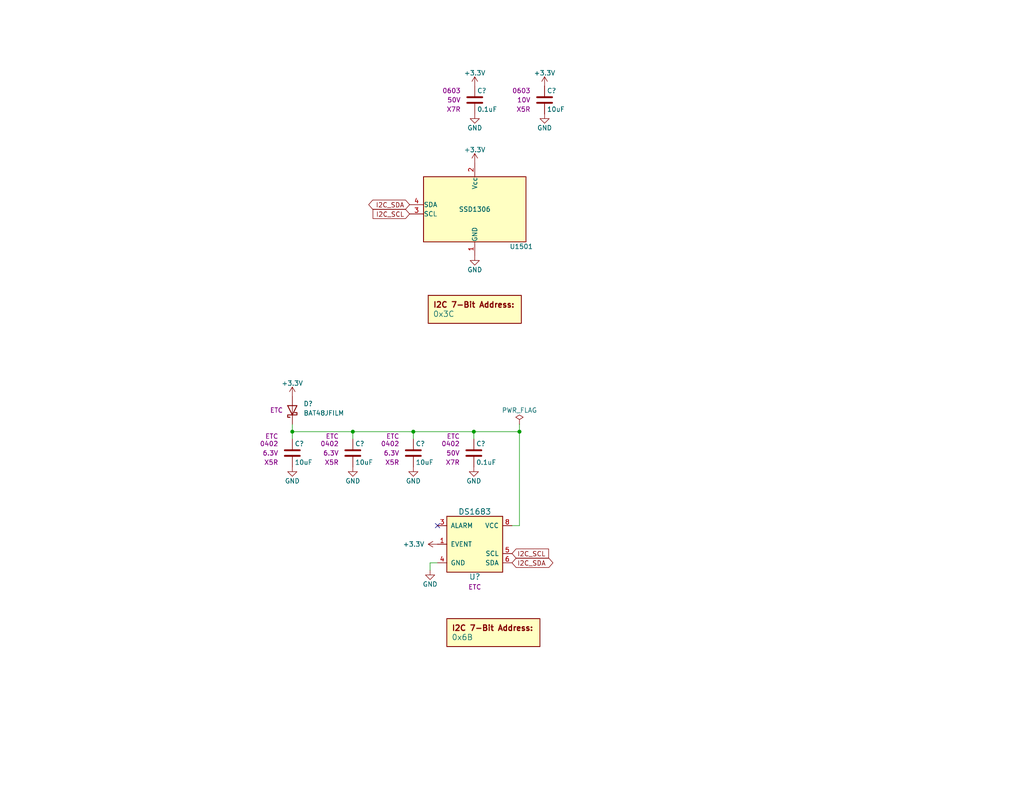
<source format=kicad_sch>
(kicad_sch (version 20230121) (generator eeschema)
  (paper "A")
  (title_block (title "USB Hub") (date "2023-08-20") (rev "PRELIM") (company "Drew Maatman"))
  (lib_symbols
    (symbol "Custom Library:I2C_Address" (pin_names (offset 1.016))
      (property "Value" "I2C_Address" (at -11.43 0 0))
      (symbol "I2C_Address_0_0"
        (rectangle (start -12.7 5.08) (end 12.7 -2.54) (stroke (width 0.254)) (fill (type background)))
        (text "I2C 7-Bit Address:" (at -11.43 2.54 0) (effects (font (size 1.524 1.524) bold) (justify left)))
      )
    )
    (symbol "Custom Library:SSD1306" (pin_names (offset 0.0254))
      (property "Reference" "U?" (at 12.7 -10.16 0))
      (property "Value" "SSD1306" (at 0 0 0))
      (symbol "SSD1306_0_1"
        (rectangle (start -13.97 8.89) (end 13.97 -8.89) (stroke (width 0.254)) (fill (type background)))
      )
      (symbol "SSD1306_1_1"
        (pin power_in line (at 0 -12.7 90) (length 3.81) (name "GND") (number "1"))
        (pin power_in line (at 0 12.7 270) (length 3.81) (name "Vcc") (number "2"))
        (pin input line (at -17.78 -1.27 0) (length 3.81) (name "SCL") (number "3"))
        (pin bidirectional line (at -17.78 1.27 0) (length 3.81) (name "SDA") (number "4"))
      )
    )
    (symbol "Custom_Library:C_Custom" (pin_numbers hide) (pin_names (offset 0.254))
      (property "Reference" "C" (at 0.635 2.54 0))
      (property "Value" "C_Custom" (at 0.635 -2.54 0))
      (property "display_footprint" "Foot" (at -3.81 2.54 0))
      (property "Voltage" "V" (at -3.81 0 0))
      (property "Dielectric" "Er" (at -3.81 -2.54 0))
      (symbol "C_Custom_0_1"
        (polyline (pts (xy -2.032 -0.762) (xy 2.032 -0.762)) (stroke (width 0.508)))
        (polyline (pts (xy -2.032 0.762) (xy 2.032 0.762)) (stroke (width 0.508)))
      )
      (symbol "C_Custom_1_1"
        (pin passive line (at 0 3.81 270) (length 2.794) (name "~") (number "1"))
        (pin passive line (at 0 -3.81 90) (length 2.794) (name "~") (number "2"))
      )
    )
    (symbol "Custom_Library:DS1683" (pin_names (offset 1.016))
      (property "Reference" "U" (at 0 -8.89 0))
      (property "Value" "DS1683" (at 0 8.89 0))
      (symbol "DS1683_0_1"
        (rectangle (start -7.62 7.62) (end 7.62 -7.62) (stroke (width 0.254)) (fill (type background)))
      )
      (symbol "DS1683_1_1"
        (pin input line (at -10.16 0 0) (length 2.54) (name "EVENT") (number "1"))
        (pin no_connect line (at -7.62 -10.16 90) (length 2.54) hide (name "NC") (number "2"))
        (pin open_collector line (at -10.16 5.08 0) (length 2.54) (name "ALARM") (number "3"))
        (pin power_in line (at -10.16 -5.08 0) (length 2.54) (name "GND") (number "4"))
        (pin open_collector line (at 10.16 -2.54 180) (length 2.54) (name "SCL") (number "5"))
        (pin open_collector line (at 10.16 -5.08 180) (length 2.54) (name "SDA") (number "6"))
        (pin no_connect line (at 7.62 -10.16 90) (length 2.54) hide (name "NC") (number "7"))
        (pin power_in line (at 10.16 5.08 180) (length 2.54) (name "VCC") (number "8"))
      )
    )
    (symbol "Custom_Library:I2C_Address" (pin_names (offset 1.016))
      (property "Value" "I2C_Address" (at -11.43 0 0))
      (symbol "I2C_Address_0_0"
        (rectangle (start -12.7 5.08) (end 12.7 -2.54) (stroke (width 0.254)) (fill (type background)))
        (text "I2C 7-Bit Address:" (at -11.43 2.54 0) (effects (font (size 1.524 1.524) bold) (justify left)))
      )
    )
    (symbol "Diode:BAT48JFILM" (pin_numbers hide) (pin_names (offset 1.016) hide)
      (property "Reference" "D" (at 0 2.54 0))
      (property "Value" "BAT48JFILM" (at 0 -2.54 0))
      (symbol "BAT48JFILM_0_1"
        (polyline (pts (xy 1.27 0) (xy -1.27 0)))
        (polyline (pts (xy 1.27 1.27) (xy 1.27 -1.27) (xy -1.27 0) (xy 1.27 1.27)) (stroke (width 0.254)))
        (polyline (pts (xy -1.905 0.635) (xy -1.905 1.27) (xy -1.27 1.27) (xy -1.27 -1.27) (xy -0.635 -1.27) (xy -0.635 -0.635)) (stroke (width 0.254)))
      )
      (symbol "BAT48JFILM_1_1"
        (pin passive line (at -3.81 0 0) (length 2.54) (name "K") (number "1"))
        (pin passive line (at 3.81 0 180) (length 2.54) (name "A") (number "2"))
      )
    )
    (symbol "power:+3.3V" (power) (pin_names (offset 0))
      (property "Value" "+3.3V" (at 0 3.556 0))
      (symbol "+3.3V_0_1"
        (polyline (pts (xy -0.762 1.27) (xy 0 2.54)))
        (polyline (pts (xy 0 0) (xy 0 2.54)))
        (polyline (pts (xy 0 2.54) (xy 0.762 1.27)))
      )
      (symbol "+3.3V_1_1"
        (pin power_in line (at 0 0 90) (length 0) hide (name "+3.3V") (number "1"))
      )
    )
    (symbol "power:GND" (power) (pin_names (offset 0))
      (property "Value" "GND" (at 0 -3.81 0))
      (symbol "GND_0_1"
        (polyline (pts (xy 0 0) (xy 0 -1.27) (xy 1.27 -1.27) (xy 0 -2.54) (xy -1.27 -1.27) (xy 0 -1.27)))
      )
      (symbol "GND_1_1"
        (pin power_in line (at 0 0 270) (length 0) hide (name "GND") (number "1"))
      )
    )
    (symbol "power:PWR_FLAG" (power) (pin_numbers hide) (pin_names (offset 0) hide)
      (property "Value" "PWR_FLAG" (at 0 3.81 0))
      (symbol "PWR_FLAG_0_0"
        (pin power_out line (at 0 0 90) (length 0) (name "pwr") (number "1"))
      )
      (symbol "PWR_FLAG_0_1"
        (polyline (pts (xy 0 0) (xy 0 1.27) (xy -1.016 1.905) (xy 0 2.54) (xy 1.016 1.905) (xy 0 1.27)))
      )
    )
  )
  (junction (at 129.286 117.856))
  (junction (at 112.776 117.856))
  (junction (at 141.732 117.856))
  (junction (at 96.266 117.856))
  (junction (at 79.756 117.856))
  (no_connect (at 119.38 143.51))
  (wire (pts (xy 79.756 117.856) (xy 79.756 119.888)))
  (wire (pts (xy 141.732 117.856) (xy 141.732 143.51)))
  (wire (pts (xy 129.286 119.888) (xy 129.286 117.856)))
  (wire (pts (xy 141.732 115.824) (xy 141.732 117.856)))
  (wire (pts (xy 117.348 155.702) (xy 117.348 153.67)))
  (wire (pts (xy 117.348 153.67) (xy 119.38 153.67)))
  (wire (pts (xy 141.732 143.51) (xy 139.7 143.51)))
  (wire (pts (xy 112.776 117.856) (xy 96.266 117.856)))
  (wire (pts (xy 96.266 119.888) (xy 96.266 117.856)))
  (wire (pts (xy 129.286 117.856) (xy 112.776 117.856)))
  (wire (pts (xy 141.732 117.856) (xy 129.286 117.856)))
  (wire (pts (xy 112.776 119.888) (xy 112.776 117.856)))
  (wire (pts (xy 96.266 117.856) (xy 79.756 117.856)))
  (wire (pts (xy 79.756 115.824) (xy 79.756 117.856)))
  (global_label "I2C_SCL" (shape input) (at 111.76 58.42 180) (property "Intersheetrefs" "${INTERSHEET_REFS}" (effects hide)))
  (global_label "I2C_SDA" (shape bidirectional) (at 111.76 55.88 180) (property "Intersheetrefs" "${INTERSHEET_REFS}" (effects hide)))
  (global_label "I2C_SCL" (shape input) (at 139.7 151.13 0) (property "Intersheetrefs" "${INTERSHEET_REFS}" (effects hide)))
  (global_label "I2C_SDA" (shape bidirectional) (at 139.7 153.67 0) (property "Intersheetrefs" "${INTERSHEET_REFS}" (effects hide)))
  (symbol (lib_id "power:GND") (at 117.348 155.702 0) (unit 1)
    (property "Reference" "#PWR?" (effects hide))
    (property "Value" "GND" (at 117.348 159.512 0))
    (instances (project "LED_Panel_Controller" (path "" (reference "#PWR?") (unit 1))) (project "USB_Hub" (path "" (reference "#PWR01505") (unit 1))))
  )
  (symbol (lib_id "power:+3.3V") (at 79.756 108.204 0) (unit 1)
    (property "Reference" "#PWR?" (effects hide))
    (property "Value" "+3.3V" (at 79.756 104.648 0))
    (instances (project "LED_Panel_Controller" (path "" (reference "#PWR?") (unit 1))) (project "USB_Hub" (path "" (reference "#PWR01501") (unit 1))))
  )
  (symbol (lib_id "power:GND") (at 79.756 127.508 0) (unit 1)
    (property "Reference" "#PWR?" (effects hide))
    (property "Value" "GND" (at 79.756 131.318 0))
    (instances (project "LED_Panel_Controller" (path "" (reference "#PWR?") (unit 1))) (project "USB_Hub" (path "" (reference "#PWR01502") (unit 1))))
  )
  (symbol (lib_id "Custom Library:SSD1306") (at 129.54 57.15 0) (unit 1)
    (property "Reference" "U1501" (at 142.24 67.31 0))
    (property "Value" "SSD1306" (at 129.54 57.15 0))
    (property "Footprint" "Connector_PinSocket_2.54mm:PinSocket_1x04_P2.54mm_Vertical" (effects hide))
    (property "Datasheet" "https://universal-solder.ca/downloads/canaduino_oled_128x64_i2c.pdf" (effects hide))
    (property "Digi-Key PN" "3647-OLED128x640.96\"I2C-ND" (effects hide))
  )
  (symbol (lib_id "Custom_Library:C_Custom") (at 148.59 27.305 0) (unit 1)
    (property "Reference" "C?" (at 149.225 24.765 0) (effects (justify left)))
    (property "Value" "10uF" (at 149.225 29.845 0) (effects (justify left)))
    (property "Footprint" "Capacitors_SMD:C_0603" (effects hide))
    (property "display_footprint" "0603" (at 144.78 24.765 0) (effects (justify right)))
    (property "Voltage" "10V" (at 144.78 27.305 0) (effects (justify right)))
    (property "Dielectric" "X5R" (at 144.78 29.845 0) (effects (justify right)))
    (property "Digi-Key PN" "1276-1871-1-ND" (effects hide))
    (instances (project "Analog_Clock" (path "" (reference "C?") (unit 1)) (path "" (reference "C?") (unit 1)) (path "" (reference "C?") (unit 1)) (path "" (reference "C?") (unit 1)) (path "" (reference "C?") (unit 1)) (path "" (reference "C?") (unit 1)) (path "" (reference "C?") (unit 1)) (path "" (reference "C?") (unit 1)) (path "" (reference "C?") (unit 1)) (path "" (reference "C?") (unit 1)) (path "" (reference "C?") (unit 1))) (project "Nixie_Clock_Core" (path "" (reference "C?") (unit 1))) (project "USB_Hub" (path "" (reference "C?") (unit 1)) (path "" (reference "C?") (unit 1)) (path "" (reference "C1506") (unit 1))))
  )
  (symbol (lib_id "Custom_Library:C_Custom") (at 79.756 123.698 0) (unit 1)
    (property "Reference" "C?" (at 80.391 121.158 0) (effects (justify left)))
    (property "Value" "10uF" (at 80.391 126.238 0) (effects (justify left)))
    (property "Footprint" "Capacitors_SMD:C_0402" (effects hide))
    (property "display_footprint" "0402" (at 75.946 121.158 0) (effects (justify right)))
    (property "Voltage" "6.3V" (at 75.946 123.698 0) (effects (justify right)))
    (property "Dielectric" "X5R" (at 75.946 126.238 0) (effects (justify right)))
    (property "Digi-Key PN" "1276-1451-1-ND" (effects hide))
    (property "Configuration" "ETC" (at 75.946 119.126 0) (effects (justify right)))
    (instances (project "LED_Panel_Controller" (path "" (reference "C?") (unit 1)) (path "" (reference "C?") (unit 1)) (path "" (reference "C?") (unit 1)) (path "" (reference "C?") (unit 1)) (path "" (reference "C?") (unit 1)) (path "" (reference "C?") (unit 1)) (path "" (reference "C?") (unit 1)) (path "" (reference "C?") (unit 1)) (path "" (reference "C?") (unit 1))) (project "USB_Hub" (path "" (reference "C1501") (unit 1))))
  )
  (symbol (lib_id "power:GND") (at 148.59 31.115 0) (unit 1)
    (property "Reference" "#PWR?" (effects hide))
    (property "Value" "GND" (at 148.59 34.925 0))
    (instances (project "USB_Hub" (path "" (reference "#PWR?") (unit 1)) (path "" (reference "#PWR?") (unit 1)) (path "" (reference "#PWR?") (unit 1)) (path "" (reference "#PWR01513") (unit 1))))
  )
  (symbol (lib_id "power:GND") (at 96.266 127.508 0) (unit 1)
    (property "Reference" "#PWR?" (effects hide))
    (property "Value" "GND" (at 96.266 131.318 0))
    (instances (project "LED_Panel_Controller" (path "" (reference "#PWR?") (unit 1))) (project "USB_Hub" (path "" (reference "#PWR01503") (unit 1))))
  )
  (symbol (lib_id "power:GND") (at 129.54 69.85 0) (unit 1)
    (property "Reference" "#PWR01511" (effects hide))
    (property "Value" "GND" (at 129.54 73.66 0))
  )
  (symbol (lib_id "power:+3.3V") (at 119.38 148.59 90) (unit 1)
    (property "Reference" "#PWR?" (effects hide))
    (property "Value" "+3.3V" (at 115.824 148.59 90) (effects (justify left)))
    (instances (project "LED_Panel_Controller" (path "" (reference "#PWR?") (unit 1))) (project "USB_Hub" (path "" (reference "#PWR01506") (unit 1))))
  )
  (symbol (lib_id "Custom_Library:C_Custom") (at 96.266 123.698 0) (unit 1)
    (property "Reference" "C?" (at 96.901 121.158 0) (effects (justify left)))
    (property "Value" "10uF" (at 96.901 126.238 0) (effects (justify left)))
    (property "Footprint" "Capacitors_SMD:C_0402" (effects hide))
    (property "display_footprint" "0402" (at 92.456 121.158 0) (effects (justify right)))
    (property "Voltage" "6.3V" (at 92.456 123.698 0) (effects (justify right)))
    (property "Dielectric" "X5R" (at 92.456 126.238 0) (effects (justify right)))
    (property "Digi-Key PN" "1276-1451-1-ND" (effects hide))
    (property "Configuration" "ETC" (at 92.456 119.126 0) (effects (justify right)))
    (instances (project "LED_Panel_Controller" (path "" (reference "C?") (unit 1)) (path "" (reference "C?") (unit 1)) (path "" (reference "C?") (unit 1)) (path "" (reference "C?") (unit 1)) (path "" (reference "C?") (unit 1)) (path "" (reference "C?") (unit 1)) (path "" (reference "C?") (unit 1)) (path "" (reference "C?") (unit 1)) (path "" (reference "C?") (unit 1))) (project "USB_Hub" (path "" (reference "C1502") (unit 1))))
  )
  (symbol (lib_id "power:PWR_FLAG") (at 141.732 115.824 0) (unit 1)
    (property "Reference" "#FLG?" (effects hide))
    (property "Value" "PWR_FLAG" (at 141.732 112.014 0))
    (instances (project "LED_Panel_Controller" (path "" (reference "#FLG?") (unit 1))) (project "USB_Hub" (path "" (reference "#FLG01501") (unit 1))))
  )
  (symbol (lib_id "Custom_Library:DS1683") (at 129.54 148.59 0) (unit 1)
    (property "Reference" "U?" (at 129.54 157.48 0) (effects (font (size 1.524 1.524))))
    (property "Value" "DS1683" (at 129.54 139.7 0) (effects (font (size 1.524 1.524))))
    (property "Footprint" "Housings_SOIC:SOIC-8_3.9x4.9mm_Pitch1.27mm" (effects hide))
    (property "Datasheet" "https://datasheets.maximintegrated.com/en/ds/DS1683.pdf" (effects hide))
    (property "Digi-Key PN" "DS1683S+-ND" (effects hide))
    (property "Configuration" "ETC" (at 129.54 160.274 0))
    (instances (project "LED_Panel_Controller" (path "" (reference "U?") (unit 1))) (project "USB_Hub" (path "" (reference "U1502") (unit 1))))
  )
  (symbol (lib_id "power:+3.3V") (at 129.54 23.495 0) (unit 1)
    (property "Reference" "#PWR01508" (effects hide))
    (property "Value" "+3.3V" (at 129.54 19.939 0))
  )
  (symbol (lib_id "Custom_Library:C_Custom") (at 129.54 27.305 0) (unit 1)
    (property "Reference" "C?" (at 130.175 24.765 0) (effects (justify left)))
    (property "Value" "0.1uF" (at 130.175 29.845 0) (effects (justify left)))
    (property "Footprint" "Capacitors_SMD:C_0603" (effects hide))
    (property "display_footprint" "0603" (at 125.73 24.765 0) (effects (justify right)))
    (property "Voltage" "50V" (at 125.73 27.305 0) (effects (justify right)))
    (property "Dielectric" "X7R" (at 125.73 29.845 0) (effects (justify right)))
    (property "Digi-Key PN" "1276-1935-1-ND" (effects hide))
    (instances (project "LED_Panel_Controller" (path "" (reference "C?") (unit 1)) (path "" (reference "C?") (unit 1)) (path "" (reference "C?") (unit 1)) (path "" (reference "C?") (unit 1)) (path "" (reference "C?") (unit 1)) (path "" (reference "C?") (unit 1)) (path "" (reference "C?") (unit 1)) (path "" (reference "C?") (unit 1)) (path "" (reference "C?") (unit 1)) (path "" (reference "C?") (unit 1)) (path "" (reference "C?") (unit 1)) (path "" (reference "C?") (unit 1)) (path "" (reference "C?") (unit 1)) (path "" (reference "C?") (unit 1))) (project "USB_Hub" (path "" (reference "C?") (unit 1)) (path "" (reference "C?") (unit 1)) (path "" (reference "C?") (unit 1)) (path "" (reference "C1505") (unit 1))))
  )
  (symbol (lib_id "power:GND") (at 112.776 127.508 0) (unit 1)
    (property "Reference" "#PWR?" (effects hide))
    (property "Value" "GND" (at 112.776 131.318 0))
    (instances (project "LED_Panel_Controller" (path "" (reference "#PWR?") (unit 1))) (project "USB_Hub" (path "" (reference "#PWR01504") (unit 1))))
  )
  (symbol (lib_id "power:+3.3V") (at 129.54 44.45 0) (unit 1)
    (property "Reference" "#PWR01510" (effects hide))
    (property "Value" "+3.3V" (at 129.54 40.894 0))
  )
  (symbol (lib_id "power:GND") (at 129.54 31.115 0) (unit 1)
    (property "Reference" "#PWR?" (effects hide))
    (property "Value" "GND" (at 129.54 34.925 0))
    (instances (project "LED_Panel_Controller" (path "" (reference "#PWR?") (unit 1)) (path "" (reference "#PWR?") (unit 1)) (path "" (reference "#PWR?") (unit 1)) (path "" (reference "#PWR?") (unit 1)) (path "" (reference "#PWR?") (unit 1))) (project "USB_Hub" (path "" (reference "#PWR?") (unit 1)) (path "" (reference "#PWR?") (unit 1)) (path "" (reference "#PWR?") (unit 1)) (path "" (reference "#PWR01509") (unit 1))))
  )
  (symbol (lib_id "Custom_Library:C_Custom") (at 112.776 123.698 0) (unit 1)
    (property "Reference" "C?" (at 113.411 121.158 0) (effects (justify left)))
    (property "Value" "10uF" (at 113.411 126.238 0) (effects (justify left)))
    (property "Footprint" "Capacitors_SMD:C_0402" (effects hide))
    (property "display_footprint" "0402" (at 108.966 121.158 0) (effects (justify right)))
    (property "Voltage" "6.3V" (at 108.966 123.698 0) (effects (justify right)))
    (property "Dielectric" "X5R" (at 108.966 126.238 0) (effects (justify right)))
    (property "Digi-Key PN" "1276-1451-1-ND" (effects hide))
    (property "Configuration" "ETC" (at 108.966 119.126 0) (effects (justify right)))
    (instances (project "LED_Panel_Controller" (path "" (reference "C?") (unit 1)) (path "" (reference "C?") (unit 1)) (path "" (reference "C?") (unit 1)) (path "" (reference "C?") (unit 1)) (path "" (reference "C?") (unit 1)) (path "" (reference "C?") (unit 1)) (path "" (reference "C?") (unit 1)) (path "" (reference "C?") (unit 1)) (path "" (reference "C?") (unit 1))) (project "USB_Hub" (path "" (reference "C1503") (unit 1))))
  )
  (symbol (lib_id "power:+3.3V") (at 148.59 23.495 0) (unit 1)
    (property "Reference" "#PWR?" (effects hide))
    (property "Value" "+3.3V" (at 148.59 19.939 0))
    (instances (project "USB_Hub" (path "" (reference "#PWR?") (unit 1)) (path "" (reference "#PWR01512") (unit 1))))
  )
  (symbol (lib_id "Diode:BAT48JFILM") (at 79.756 112.014 90) (unit 1)
    (property "Reference" "D?" (at 82.804 110.236 90) (effects (justify right)))
    (property "Value" "BAT48JFILM" (at 82.804 112.776 90) (effects (justify right)))
    (property "Footprint" "Diode_SMD:D_SOD-323" (effects hide))
    (property "Datasheet" "www.st.com/resource/en/datasheet/bat48.pdf" (effects hide))
    (property "Digi-Key PN" "497-5711-1-ND" (effects hide))
    (property "Configuration" "ETC" (at 75.438 112.014 90))
    (instances (project "LED_Panel_Controller" (path "" (reference "D?") (unit 1)) (path "" (reference "D?") (unit 1)) (path "" (reference "D?") (unit 1))) (project "USB_Hub" (path "" (reference "D1501") (unit 1))))
  )
  (symbol (lib_id "Custom_Library:C_Custom") (at 129.286 123.698 0) (unit 1)
    (property "Reference" "C?" (at 129.921 121.158 0) (effects (justify left)))
    (property "Value" "0.1uF" (at 129.921 126.238 0) (effects (justify left)))
    (property "Footprint" "Capacitors_SMD:C_0402" (effects hide))
    (property "display_footprint" "0402" (at 125.476 121.158 0) (effects (justify right)))
    (property "Voltage" "50V" (at 125.476 123.698 0) (effects (justify right)))
    (property "Dielectric" "X7R" (at 125.476 126.238 0) (effects (justify right)))
    (property "Digi-Key PN" "490-10698-1-ND" (effects hide))
    (property "Configuration" "ETC" (at 125.476 119.126 0) (effects (justify right)))
    (instances (project "LED_Panel_Controller" (path "" (reference "C?") (unit 1)) (path "" (reference "C?") (unit 1)) (path "" (reference "C?") (unit 1)) (path "" (reference "C?") (unit 1)) (path "" (reference "C?") (unit 1)) (path "" (reference "C?") (unit 1)) (path "" (reference "C?") (unit 1)) (path "" (reference "C?") (unit 1)) (path "" (reference "C?") (unit 1)) (path "" (reference "C?") (unit 1)) (path "" (reference "C?") (unit 1)) (path "" (reference "C?") (unit 1))) (project "USB_Hub" (path "" (reference "C1504") (unit 1))))
  )
  (symbol (lib_id "Custom_Library:I2C_Address") (at 134.62 173.99 0) (unit 1)
    (property "Reference" "DOC?" (effects hide))
    (property "Value" "0x6B" (at 123.19 173.99 0) (effects (font (size 1.524 1.524)) (justify left)))
    (instances (project "LED_Panel_Controller" (path "" (reference "DOC?") (unit 1))) (project "USB_Hub" (path "" (reference "DOC1502") (unit 1))))
  )
  (symbol (lib_id "Custom Library:I2C_Address") (at 129.54 85.725 0) (unit 1)
    (property "Reference" "DOC1501" (effects hide))
    (property "Value" "0x3C" (at 118.11 85.725 0) (effects (font (size 1.524 1.524)) (justify left)))
  )
  (symbol (lib_id "power:GND") (at 129.286 127.508 0) (unit 1)
    (property "Reference" "#PWR?" (effects hide))
    (property "Value" "GND" (at 129.286 131.318 0))
    (instances (project "LED_Panel_Controller" (path "" (reference "#PWR?") (unit 1))) (project "USB_Hub" (path "" (reference "#PWR01507") (unit 1))))
  )
)
</source>
